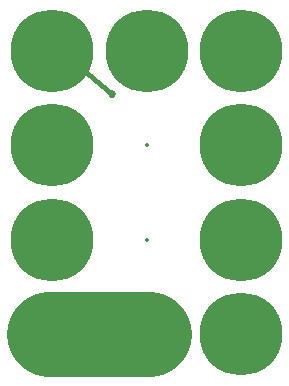
<source format=gbl>
%TF.GenerationSoftware,KiCad,Pcbnew,5.0.0-fee4fd1~66~ubuntu16.04.1*%
%TF.CreationDate,2018-09-25T00:11:39-07:00*%
%TF.ProjectId,3x4-ATtiny85-8SOIC-Breakout,3378342D415474696E7938352D38534F,v1.2*%
%TF.SameCoordinates,Original*%
%TF.FileFunction,Copper,L2,Bot,Signal*%
%TF.FilePolarity,Positive*%
%FSLAX46Y46*%
G04 Gerber Fmt 4.6, Leading zero omitted, Abs format (unit mm)*
G04 Created by KiCad (PCBNEW 5.0.0-fee4fd1~66~ubuntu16.04.1) date Tue Sep 25 00:11:39 2018*
%MOMM*%
%LPD*%
G01*
G04 APERTURE LIST*
%ADD10C,7.200000*%
%ADD11C,0.406400*%
%ADD12C,7.000000*%
%ADD13C,0.685800*%
%ADD14C,0.350000*%
%ADD15C,0.330200*%
G04 APERTURE END LIST*
D10*
X4929600Y-65144920D02*
X13362400Y-65144920D01*
D11*
X10263600Y-44824920D02*
X7083600Y-42144920D01*
D12*
X5183600Y-65144920D03*
X5183600Y-49144920D03*
X5183600Y-57144920D03*
X13183600Y-65144920D03*
X5183600Y-41144920D03*
X21183600Y-49144920D03*
X21183600Y-65144920D03*
X21183600Y-57144920D03*
X21183600Y-41144920D03*
X13183600Y-41144920D03*
D13*
X10263600Y-44824920D03*
D14*
X5183600Y-65144920D03*
X13183600Y-49142920D03*
X5183600Y-49144920D03*
X5183600Y-57144920D03*
X13183600Y-57144920D03*
X13183600Y-65144920D03*
X5183600Y-41144920D03*
X21183600Y-49144920D03*
X21183600Y-65144920D03*
X21183600Y-57144920D03*
X21183600Y-41144920D03*
X13183600Y-41144920D03*
D15*
X10263600Y-44824920D03*
M02*

</source>
